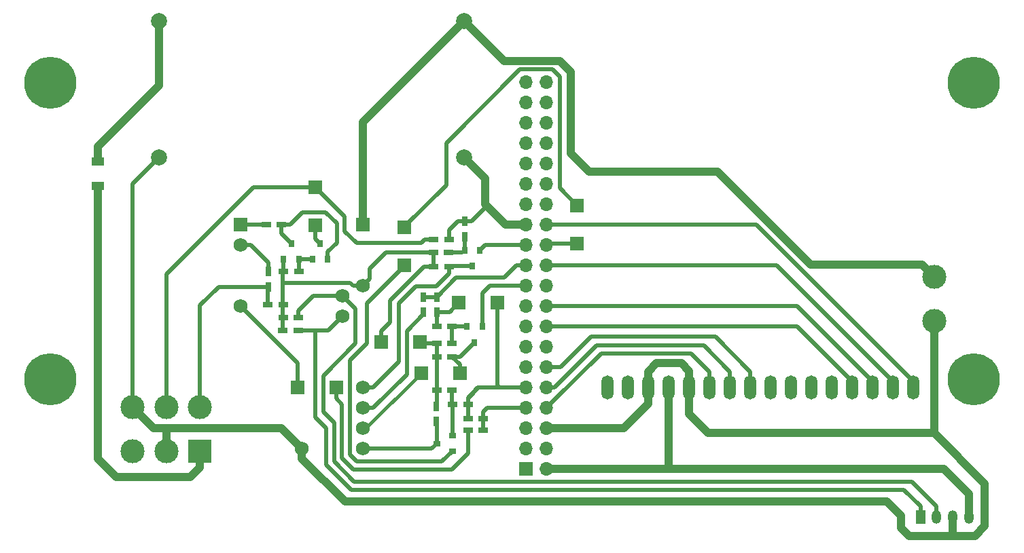
<source format=gbr>
G04 #@! TF.GenerationSoftware,KiCad,Pcbnew,(5.1.2)-1*
G04 #@! TF.CreationDate,2019-06-08T13:36:56+05:00*
G04 #@! TF.ProjectId,evend-adapter,6576656e-642d-4616-9461-707465722e6b,rev?*
G04 #@! TF.SameCoordinates,Original*
G04 #@! TF.FileFunction,Copper,L2,Bot*
G04 #@! TF.FilePolarity,Positive*
%FSLAX46Y46*%
G04 Gerber Fmt 4.6, Leading zero omitted, Abs format (unit mm)*
G04 Created by KiCad (PCBNEW (5.1.2)-1) date 2019-06-08 13:36:56*
%MOMM*%
%LPD*%
G04 APERTURE LIST*
%ADD10O,1.500000X3.000000*%
%ADD11C,6.500000*%
%ADD12R,1.200000X1.700000*%
%ADD13O,1.200000X1.700000*%
%ADD14R,1.750000X1.700000*%
%ADD15R,1.700000X1.750000*%
%ADD16C,1.727200*%
%ADD17R,1.727200X1.727200*%
%ADD18R,1.200000X0.750000*%
%ADD19C,3.000000*%
%ADD20R,0.750000X1.200000*%
%ADD21R,0.800000X0.900000*%
%ADD22R,3.000000X3.000000*%
%ADD23R,1.600000X1.000000*%
%ADD24O,1.700000X1.700000*%
%ADD25R,1.700000X1.700000*%
%ADD26R,0.900000X0.800000*%
%ADD27C,2.000000*%
%ADD28C,0.400000*%
%ADD29C,0.500000*%
%ADD30C,1.000000*%
%ADD31C,0.250000*%
G04 APERTURE END LIST*
D10*
X134620000Y-160020000D03*
X132080000Y-160020000D03*
X129540000Y-160020000D03*
X127000000Y-160020000D03*
X124460000Y-160020000D03*
X121920000Y-160020000D03*
X119380000Y-160020000D03*
X116840000Y-160020000D03*
X114300000Y-160020000D03*
X111760000Y-160020000D03*
X109220000Y-160020000D03*
X106680000Y-160020000D03*
X104140000Y-160020000D03*
X101600000Y-160020000D03*
X99060000Y-160020000D03*
X96520000Y-160020000D03*
D11*
X27100000Y-159020000D03*
X27100000Y-122020000D03*
X142100000Y-159020000D03*
X142100000Y-122020000D03*
D12*
X135509000Y-176199800D03*
D13*
X137509000Y-176199800D03*
X139509000Y-176199800D03*
X141509000Y-176199800D03*
D14*
X73113600Y-154330400D03*
X68313600Y-154330400D03*
D15*
X92710000Y-142100000D03*
X92710000Y-137300000D03*
D16*
X58420000Y-167640000D03*
X63500000Y-151130000D03*
X63500000Y-148590000D03*
X50800000Y-149860000D03*
D17*
X50800000Y-139700000D03*
D16*
X50800000Y-142240000D03*
D17*
X66040000Y-139700000D03*
D16*
X66040000Y-147320000D03*
X66040000Y-162560000D03*
X66040000Y-160020000D03*
X66040000Y-165100000D03*
X66040000Y-167640000D03*
D18*
X74843600Y-141566900D03*
X76743600Y-141566900D03*
D15*
X71183500Y-139992400D03*
X71183500Y-144792400D03*
D14*
X62712000Y-160020000D03*
X57912000Y-160020000D03*
D19*
X137200000Y-151700000D03*
X137200000Y-146200000D03*
D14*
X77991000Y-149453600D03*
X82791000Y-149453600D03*
X73292000Y-158216600D03*
X78092000Y-158216600D03*
D15*
X60134500Y-135014000D03*
X60134500Y-139814000D03*
D20*
X75184000Y-162382200D03*
X75184000Y-164282200D03*
D18*
X74856300Y-144894300D03*
X76756300Y-144894300D03*
X75250000Y-156210000D03*
X77150000Y-156210000D03*
X81021000Y-163906200D03*
X79121000Y-163906200D03*
X81026000Y-165303200D03*
X79126000Y-165303200D03*
D20*
X75222100Y-148722000D03*
X75222100Y-150622000D03*
X73583800Y-148722000D03*
X73583800Y-150622000D03*
D18*
X75250000Y-160350200D03*
X77150000Y-160350200D03*
X77216000Y-162128200D03*
X79116000Y-162128200D03*
X74830900Y-143167100D03*
X76730900Y-143167100D03*
D20*
X78714600Y-141196100D03*
X78714600Y-139296100D03*
D18*
X77139800Y-154520900D03*
X75239800Y-154520900D03*
X77150000Y-152400000D03*
X75250000Y-152400000D03*
X56098400Y-151300000D03*
X57998400Y-151300000D03*
X56050000Y-152900000D03*
X57950000Y-152900000D03*
D20*
X54250000Y-147450000D03*
X54250000Y-145550000D03*
D18*
X56100000Y-149700000D03*
X54200000Y-149700000D03*
X56139000Y-145500000D03*
X58039000Y-145500000D03*
X53975000Y-139700000D03*
X55875000Y-139700000D03*
D21*
X61658500Y-144018000D03*
X59758500Y-144018000D03*
X60708500Y-142018000D03*
X58049200Y-144027400D03*
X56149200Y-144027400D03*
X57099200Y-142027400D03*
D22*
X45720000Y-167960000D03*
D19*
X41520000Y-167960000D03*
X37320000Y-167960000D03*
X45720000Y-162460000D03*
X41520000Y-162460000D03*
X37320000Y-162460000D03*
D23*
X33020000Y-131850000D03*
X33020000Y-134850000D03*
D24*
X88900000Y-165100000D03*
X86360000Y-167640000D03*
X86360000Y-152400000D03*
X88900000Y-152400000D03*
X88900000Y-167640000D03*
X86360000Y-165100000D03*
X88900000Y-170180000D03*
D25*
X86360000Y-170180000D03*
D24*
X86360000Y-142240000D03*
X88900000Y-142240000D03*
X86360000Y-157480000D03*
X88900000Y-157480000D03*
X86360000Y-137160000D03*
X88900000Y-137160000D03*
X86360000Y-154940000D03*
X88900000Y-154940000D03*
X86360000Y-160020000D03*
X88900000Y-160020000D03*
X86360000Y-147320000D03*
X88900000Y-147320000D03*
X86360000Y-124460000D03*
X88900000Y-124460000D03*
X86360000Y-129540000D03*
X88900000Y-129540000D03*
X86360000Y-127000000D03*
X88900000Y-127000000D03*
X86360000Y-149860000D03*
X88900000Y-149860000D03*
X86360000Y-132080000D03*
X88900000Y-132080000D03*
X86360000Y-162560000D03*
X88900000Y-162560000D03*
X86360000Y-134620000D03*
X88900000Y-134620000D03*
X86360000Y-144780000D03*
X88900000Y-144780000D03*
X86360000Y-139700000D03*
X88900000Y-139700000D03*
X86360000Y-121920000D03*
X88900000Y-121920000D03*
D21*
X78996500Y-152428700D03*
X80896500Y-152428700D03*
X79946500Y-154428700D03*
X78691700Y-142891000D03*
X80591700Y-142891000D03*
X79641700Y-144891000D03*
D26*
X77216000Y-166055000D03*
X77216000Y-167955000D03*
X75216000Y-167005000D03*
D27*
X40640000Y-131297680D03*
X40640000Y-114300000D03*
X78638400Y-114300000D03*
X78638400Y-131297680D03*
D28*
X96520000Y-159270000D02*
X96520000Y-160020000D01*
X96520000Y-160020000D02*
X96520000Y-158750000D01*
X96520000Y-160020000D02*
X96520000Y-160770000D01*
D29*
X61730000Y-152900000D02*
X63500000Y-151130000D01*
X60086989Y-153050989D02*
X59936000Y-152900000D01*
X61214000Y-164845998D02*
X60086989Y-163718988D01*
X57950000Y-152900000D02*
X59936000Y-152900000D01*
X135509000Y-176199800D02*
X135509000Y-174849800D01*
X60086989Y-163718988D02*
X60086989Y-153050989D01*
X135509000Y-174849800D02*
X133439212Y-172780012D01*
X133439212Y-172780012D02*
X64549197Y-172780012D01*
X59936000Y-152900000D02*
X61730000Y-152900000D01*
X64549197Y-172780012D02*
X61426367Y-169657182D01*
X61426367Y-165058366D02*
X60086989Y-163718988D01*
X61426367Y-169657182D02*
X61426367Y-165058366D01*
D28*
X63500000Y-148590000D02*
X64963601Y-150053601D01*
D29*
X57998400Y-150425000D02*
X57998400Y-151300000D01*
X59833400Y-148590000D02*
X57998400Y-150425000D01*
X63500000Y-148590000D02*
X59833400Y-148590000D01*
X134439201Y-171780001D02*
X137509000Y-174849800D01*
X65113601Y-150203601D02*
X65113601Y-154543397D01*
X61086999Y-158569999D02*
X61086999Y-163092401D01*
X62426378Y-164431780D02*
X62426378Y-169242965D01*
X63500000Y-148590000D02*
X65113601Y-150203601D01*
X64963414Y-171780001D02*
X134439201Y-171780001D01*
X137509000Y-174849800D02*
X137509000Y-176199800D01*
X61086999Y-163092401D02*
X62426378Y-164431780D01*
X65113601Y-154543397D02*
X61086999Y-158569999D01*
X62426378Y-169242965D02*
X64963414Y-171780001D01*
D28*
X81200000Y-137080000D02*
X81280000Y-137160000D01*
D30*
X83820000Y-139700000D02*
X81280000Y-137160000D01*
X86360000Y-139700000D02*
X83820000Y-139700000D01*
X81280000Y-133939280D02*
X81280000Y-137160000D01*
X78638400Y-131297680D02*
X81280000Y-133939280D01*
D28*
X86106000Y-159766000D02*
X86360000Y-160020000D01*
X79116000Y-161353200D02*
X79116000Y-162128200D01*
X80449200Y-160020000D02*
X79116000Y-161353200D01*
X82791000Y-159829800D02*
X82600800Y-160020000D01*
X82791000Y-149453600D02*
X82791000Y-159829800D01*
X86360000Y-160020000D02*
X82600800Y-160020000D01*
X82600800Y-160020000D02*
X80449200Y-160020000D01*
X75222100Y-152372100D02*
X75250000Y-152400000D01*
D29*
X75250000Y-150649900D02*
X75222100Y-150622000D01*
X75250000Y-152400000D02*
X75250000Y-150649900D01*
X76822600Y-150622000D02*
X77991000Y-149453600D01*
X75222100Y-150622000D02*
X76822600Y-150622000D01*
X79121000Y-162133200D02*
X79116000Y-162128200D01*
X79121000Y-163906200D02*
X79121000Y-162133200D01*
X85157919Y-160020000D02*
X86360000Y-160020000D01*
X79116000Y-161253200D02*
X80349200Y-160020000D01*
X79116000Y-162128200D02*
X79116000Y-161253200D01*
X82791000Y-159778400D02*
X83032600Y-160020000D01*
X82791000Y-149453600D02*
X82791000Y-159778400D01*
X80349200Y-160020000D02*
X83032600Y-160020000D01*
X83032600Y-160020000D02*
X85157919Y-160020000D01*
X77839600Y-139296100D02*
X78714600Y-139296100D01*
X76743600Y-140392100D02*
X77839600Y-139296100D01*
X76743600Y-141566900D02*
X76743600Y-140392100D01*
X81280000Y-137605700D02*
X81280000Y-137160000D01*
X79589600Y-139296100D02*
X81280000Y-137605700D01*
X78714600Y-139296100D02*
X79589600Y-139296100D01*
X37320000Y-134617680D02*
X40640000Y-131297680D01*
X37320000Y-162460000D02*
X37320000Y-134617680D01*
D30*
X137200000Y-151700000D02*
X137200000Y-165700000D01*
X139509000Y-178309000D02*
X139509000Y-176199800D01*
D29*
X139722126Y-178522126D02*
X139509000Y-178309000D01*
D30*
X90102081Y-165100000D02*
X88900000Y-165100000D01*
X98520000Y-165100000D02*
X90102081Y-165100000D01*
X101600000Y-162020000D02*
X98520000Y-165100000D01*
X101600000Y-160020000D02*
X101600000Y-162020000D01*
D29*
X106680000Y-159270000D02*
X106680000Y-160020000D01*
X101600000Y-160020000D02*
X101600000Y-159270000D01*
D30*
X106680000Y-159270000D02*
X106600000Y-159190000D01*
X101600000Y-158020000D02*
X102620000Y-157000000D01*
X101600000Y-160020000D02*
X101600000Y-158020000D01*
X106680000Y-157988000D02*
X106680000Y-160020000D01*
X105692000Y-157000000D02*
X106680000Y-157988000D01*
X102620000Y-157000000D02*
X105692000Y-157000000D01*
X131410000Y-165700000D02*
X137200000Y-165700000D01*
X109058000Y-165700000D02*
X131410000Y-165700000D01*
X106680000Y-163322000D02*
X109058000Y-165700000D01*
X106680000Y-160020000D02*
X106680000Y-163322000D01*
X139722126Y-178522126D02*
X142279874Y-178522126D01*
X142279874Y-178522126D02*
X143510000Y-177292000D01*
X143510000Y-172010000D02*
X137200000Y-165700000D01*
X143510000Y-177292000D02*
X143510000Y-172010000D01*
X37320000Y-162460000D02*
X39919000Y-165059000D01*
X55839000Y-165059000D02*
X58420000Y-167640000D01*
X58420000Y-168861314D02*
X63802686Y-174244000D01*
X58420000Y-167640000D02*
X58420000Y-168861314D01*
X63802686Y-174244000D02*
X131318000Y-174244000D01*
X131318000Y-174244000D02*
X133096000Y-176022000D01*
X133096000Y-176022000D02*
X133096000Y-177546000D01*
X134072126Y-178522126D02*
X139722126Y-178522126D01*
X133096000Y-177546000D02*
X134072126Y-178522126D01*
X41520000Y-167960000D02*
X41520000Y-165136000D01*
X55839000Y-165059000D02*
X39919000Y-165059000D01*
D29*
X90102081Y-170180000D02*
X88900000Y-170180000D01*
X94730000Y-170180000D02*
X90102081Y-170180000D01*
X104140000Y-160020000D02*
X104140000Y-160770000D01*
X141509000Y-175949800D02*
X141509000Y-176199800D01*
X104140000Y-170160000D02*
X104120000Y-170180000D01*
D30*
X104140000Y-160020000D02*
X104140000Y-170160000D01*
X88900000Y-170180000D02*
X104120000Y-170180000D01*
X104120000Y-170180000D02*
X135739200Y-170180000D01*
X135739200Y-170180000D02*
X138430000Y-170180000D01*
X141509000Y-173259000D02*
X141509000Y-176199800D01*
X138430000Y-170180000D02*
X141509000Y-173259000D01*
D29*
X54200000Y-147500000D02*
X54250000Y-147450000D01*
X54200000Y-149700000D02*
X54200000Y-147500000D01*
X48050000Y-147450000D02*
X54250000Y-147450000D01*
X45720000Y-162460000D02*
X45720000Y-149780000D01*
X45720000Y-149780000D02*
X48050000Y-147450000D01*
D28*
X41520000Y-162460000D02*
X41520000Y-146172798D01*
D29*
X41520000Y-160338680D02*
X41520000Y-162460000D01*
X41520000Y-145902798D02*
X41520000Y-160338680D01*
X52408798Y-135014000D02*
X41520000Y-145902798D01*
X60134500Y-135014000D02*
X52408798Y-135014000D01*
X73743600Y-141566900D02*
X74843600Y-141566900D01*
X73324500Y-141986000D02*
X73743600Y-141566900D01*
X65248798Y-141986000D02*
X73324500Y-141986000D01*
X63766750Y-140503952D02*
X65248798Y-141986000D01*
X63766750Y-138671250D02*
X63766750Y-140503952D01*
X60134500Y-135014000D02*
X60134500Y-135039000D01*
X60134500Y-135039000D02*
X63766750Y-138671250D01*
D28*
X58049200Y-144077400D02*
X58049200Y-144027400D01*
D29*
X58058600Y-144018000D02*
X58049200Y-144027400D01*
X59758500Y-144018000D02*
X58058600Y-144018000D01*
X58049200Y-145489800D02*
X58039000Y-145500000D01*
X58049200Y-144027400D02*
X58049200Y-145489800D01*
X55875000Y-140803200D02*
X57099200Y-142027400D01*
X55875000Y-139700000D02*
X55875000Y-140803200D01*
X61658500Y-144018000D02*
X61658500Y-143068000D01*
X56975000Y-139700000D02*
X55875000Y-139700000D01*
X61404799Y-138188999D02*
X58486001Y-138188999D01*
X58486001Y-138188999D02*
X56975000Y-139700000D01*
X62766739Y-139550939D02*
X61404799Y-138188999D01*
X62766739Y-141959761D02*
X62766739Y-139550939D01*
X61658500Y-143068000D02*
X62766739Y-141959761D01*
X77178700Y-152428700D02*
X77150000Y-152400000D01*
X78996500Y-152428700D02*
X77178700Y-152428700D01*
X77139800Y-152410200D02*
X77150000Y-152400000D01*
X77139800Y-154520900D02*
X77139800Y-152410200D01*
X78714600Y-142868100D02*
X78691700Y-142891000D01*
X78714600Y-141196100D02*
X78714600Y-142868100D01*
X78415600Y-143167100D02*
X78691700Y-142891000D01*
X76730900Y-143167100D02*
X78415600Y-143167100D01*
X77150000Y-162062200D02*
X77216000Y-162128200D01*
X77150000Y-160350200D02*
X77150000Y-162062200D01*
X77216000Y-166055000D02*
X77216000Y-162128200D01*
X75222100Y-148497000D02*
X75222100Y-148722000D01*
X75222100Y-148722000D02*
X73583800Y-148722000D01*
X77640100Y-146304000D02*
X75222100Y-148722000D01*
X83633919Y-146304000D02*
X77640100Y-146304000D01*
X85157919Y-144780000D02*
X83633919Y-146304000D01*
X86360000Y-144780000D02*
X85157919Y-144780000D01*
X81026000Y-163911200D02*
X81021000Y-163906200D01*
X81026000Y-165303200D02*
X81026000Y-163911200D01*
X85157919Y-162560000D02*
X86360000Y-162560000D01*
X81492200Y-162560000D02*
X85157919Y-162560000D01*
X81021000Y-163031200D02*
X81492200Y-162560000D01*
X81021000Y-163906200D02*
X81021000Y-163031200D01*
D28*
X79121000Y-165308200D02*
X79126000Y-165303200D01*
D29*
X57912000Y-156972000D02*
X50800000Y-149860000D01*
X57912000Y-160020000D02*
X57912000Y-156972000D01*
X79126000Y-166178200D02*
X79126000Y-165303200D01*
X79126000Y-168245002D02*
X79126000Y-166178200D01*
X62712000Y-161370000D02*
X63426388Y-162084388D01*
X62712000Y-160020000D02*
X62712000Y-161370000D01*
X63426388Y-162084388D02*
X63426388Y-168828747D01*
X63426388Y-168828747D02*
X64851253Y-170253612D01*
X64851253Y-170253612D02*
X77117390Y-170253612D01*
X77117390Y-170253612D02*
X79126000Y-168245002D01*
D28*
X33020000Y-131850000D02*
X33320000Y-131850000D01*
D30*
X33020000Y-129980000D02*
X40640000Y-122360000D01*
X33020000Y-131850000D02*
X33020000Y-129980000D01*
X40640000Y-122360000D02*
X40640000Y-114300000D01*
D29*
X50800000Y-139700000D02*
X53975000Y-139700000D01*
D28*
X50620000Y-142240000D02*
X50800000Y-142240000D01*
D29*
X52021314Y-142240000D02*
X50800000Y-142240000D01*
X52040000Y-142240000D02*
X52021314Y-142240000D01*
X54250000Y-144450000D02*
X52040000Y-142240000D01*
X54250000Y-145550000D02*
X54250000Y-144450000D01*
X71488599Y-152942201D02*
X71488599Y-158381401D01*
X73583800Y-150622000D02*
X73583800Y-150847000D01*
X73583800Y-150847000D02*
X71488599Y-152942201D01*
X67310000Y-162560000D02*
X71488599Y-158381401D01*
X66040000Y-162560000D02*
X67310000Y-162560000D01*
X78165200Y-156210000D02*
X79946500Y-154428700D01*
X77150000Y-156210000D02*
X78165200Y-156210000D01*
X78092000Y-157152000D02*
X77150000Y-156210000D01*
X78092000Y-158216600D02*
X78092000Y-157152000D01*
X76759600Y-144891000D02*
X76756300Y-144894300D01*
X79641700Y-144891000D02*
X76759600Y-144891000D01*
X67261314Y-160020000D02*
X66040000Y-160020000D01*
X70472300Y-149508498D02*
X70472300Y-156809014D01*
X72608799Y-147371999D02*
X70472300Y-149508498D01*
X75153601Y-147371999D02*
X72608799Y-147371999D01*
X70472300Y-156809014D02*
X67261314Y-160020000D01*
X76756300Y-145769300D02*
X75153601Y-147371999D01*
X76756300Y-144894300D02*
X76756300Y-145769300D01*
D28*
X66370200Y-167309800D02*
X66040000Y-167640000D01*
X75184000Y-166973000D02*
X75216000Y-167005000D01*
X66040000Y-167640000D02*
X67261314Y-167640000D01*
X75184000Y-164282200D02*
X75184000Y-165544500D01*
X75184000Y-165544500D02*
X75184000Y-166973000D01*
D29*
X75184000Y-164507200D02*
X75184000Y-164282200D01*
X66040000Y-167640000D02*
X72051200Y-167640000D01*
X75216000Y-164314200D02*
X75184000Y-164282200D01*
X75216000Y-167005000D02*
X75216000Y-164314200D01*
X74581000Y-167640000D02*
X75216000Y-167005000D01*
X66040000Y-167640000D02*
X74581000Y-167640000D01*
X95710010Y-155749990D02*
X89749999Y-161710001D01*
X89749999Y-161710001D02*
X88900000Y-162560000D01*
X109220000Y-158020000D02*
X106949990Y-155749990D01*
X109220000Y-160020000D02*
X109220000Y-158020000D01*
X106949990Y-155749990D02*
X95710010Y-155749990D01*
D31*
X71183500Y-144792400D02*
X71183500Y-144817400D01*
D29*
X89040000Y-142100000D02*
X88900000Y-142240000D01*
X92710000Y-142100000D02*
X89040000Y-142100000D01*
X92710000Y-137275000D02*
X90592001Y-135157001D01*
X92710000Y-137300000D02*
X92710000Y-137275000D01*
X90592001Y-135157001D02*
X90592001Y-121243999D01*
X90592001Y-121243999D02*
X89668001Y-120319999D01*
X89668001Y-120319999D02*
X85591999Y-120319999D01*
X76412999Y-134737901D02*
X76412999Y-129498999D01*
X71183500Y-139967400D02*
X76412999Y-134737901D01*
X71183500Y-139992400D02*
X71183500Y-139967400D01*
X85591999Y-120319999D02*
X76412999Y-129498999D01*
X66532011Y-154539216D02*
X66532011Y-149468889D01*
X64426399Y-168414529D02*
X64426399Y-156644827D01*
X65265471Y-169253601D02*
X64426399Y-168414529D01*
X64426399Y-156644827D02*
X66532011Y-154539216D01*
X66532011Y-149468889D02*
X71183500Y-144817400D01*
X77166000Y-167955000D02*
X77216000Y-167955000D01*
X75867399Y-169253601D02*
X77166000Y-167955000D01*
X65265471Y-169253601D02*
X75867399Y-169253601D01*
D28*
X86350600Y-142230600D02*
X86360000Y-142240000D01*
D29*
X81242700Y-142240000D02*
X80591700Y-142891000D01*
X86360000Y-142240000D02*
X81242700Y-142240000D01*
D28*
X86360000Y-147320000D02*
X85090000Y-147320000D01*
D29*
X85157919Y-147320000D02*
X86360000Y-147320000D01*
X81849598Y-147320000D02*
X85157919Y-147320000D01*
X80896500Y-148273098D02*
X81849598Y-147320000D01*
X80896500Y-152428700D02*
X80896500Y-148273098D01*
X111760000Y-160020000D02*
X111760000Y-159004000D01*
X111760000Y-158020000D02*
X111760000Y-160020000D01*
X108489979Y-154749979D02*
X111760000Y-158020000D01*
X95160621Y-154749979D02*
X108489979Y-154749979D01*
X89890600Y-160020000D02*
X95160621Y-154749979D01*
X88900000Y-160020000D02*
X89890600Y-160020000D01*
X114300000Y-158020000D02*
X114300000Y-160020000D01*
X109950000Y-153670000D02*
X114300000Y-158020000D01*
X94488000Y-153670000D02*
X109950000Y-153670000D01*
X90678000Y-157480000D02*
X94488000Y-153670000D01*
X88900000Y-157480000D02*
X90678000Y-157480000D01*
X90102081Y-149860000D02*
X88900000Y-149860000D01*
X120130000Y-149860000D02*
X90102081Y-149860000D01*
X129540000Y-159270000D02*
X120130000Y-149860000D01*
X129540000Y-160020000D02*
X129540000Y-159270000D01*
X90102081Y-152400000D02*
X88900000Y-152400000D01*
X120130000Y-152400000D02*
X90102081Y-152400000D01*
X127000000Y-159270000D02*
X120130000Y-152400000D01*
X127000000Y-160020000D02*
X127000000Y-159270000D01*
X90102081Y-144780000D02*
X88900000Y-144780000D01*
X117590000Y-144780000D02*
X90102081Y-144780000D01*
X132080000Y-159270000D02*
X117590000Y-144780000D01*
X132080000Y-160020000D02*
X132080000Y-159270000D01*
X90102081Y-139700000D02*
X88900000Y-139700000D01*
X115050000Y-139700000D02*
X90102081Y-139700000D01*
X134620000Y-159270000D02*
X115050000Y-139700000D01*
X134620000Y-160020000D02*
X134620000Y-159270000D01*
D28*
X33020000Y-135750000D02*
X33020000Y-134850000D01*
D30*
X44485000Y-171195000D02*
X35305000Y-171195000D01*
X45720000Y-169960000D02*
X44485000Y-171195000D01*
X45720000Y-167960000D02*
X45720000Y-169960000D01*
X33020000Y-168910000D02*
X33020000Y-134850000D01*
X35305000Y-171195000D02*
X33020000Y-168910000D01*
D28*
X68516500Y-154393900D02*
X68491500Y-154393900D01*
D29*
X56120000Y-144056600D02*
X56149200Y-144027400D01*
X73304100Y-154520900D02*
X73113600Y-154330400D01*
X75239800Y-154520900D02*
X73304100Y-154520900D01*
X75239800Y-156199800D02*
X75250000Y-156210000D01*
X75239800Y-154520900D02*
X75239800Y-156199800D01*
X75250000Y-156210000D02*
X75250000Y-160350200D01*
X75250000Y-162316200D02*
X75184000Y-162382200D01*
X75250000Y-160350200D02*
X75250000Y-162316200D01*
X74830900Y-144868900D02*
X74856300Y-144894300D01*
X74830900Y-143167100D02*
X74830900Y-144868900D01*
X68313600Y-152980400D02*
X69418200Y-151875800D01*
X68313600Y-154330400D02*
X68313600Y-152980400D01*
X73756300Y-144894300D02*
X74856300Y-144894300D01*
X73672269Y-144894300D02*
X73756300Y-144894300D01*
X69418200Y-149148369D02*
X73672269Y-144894300D01*
X69418200Y-151875800D02*
X69418200Y-149148369D01*
X66040000Y-147320000D02*
X66903599Y-146456401D01*
X68910200Y-143167100D02*
X74830900Y-143167100D01*
X66903599Y-146456401D02*
X66903599Y-145173701D01*
X66903599Y-145173701D02*
X68910200Y-143167100D01*
X56149200Y-145489800D02*
X56139000Y-145500000D01*
X56149200Y-144027400D02*
X56149200Y-145489800D01*
X56050000Y-145589000D02*
X56139000Y-145500000D01*
X64448686Y-146950000D02*
X56050000Y-146950000D01*
X64818686Y-147320000D02*
X64448686Y-146950000D01*
X66040000Y-147320000D02*
X64818686Y-147320000D01*
X56050000Y-152900000D02*
X56050000Y-146950000D01*
X56050000Y-146950000D02*
X56050000Y-145589000D01*
D30*
X66040000Y-126898400D02*
X66040000Y-139700000D01*
X78638400Y-114300000D02*
X66040000Y-126898400D01*
X83658389Y-119319989D02*
X78638400Y-114300000D01*
X91948000Y-120650000D02*
X90617989Y-119319989D01*
X137200000Y-146200000D02*
X135700001Y-144700001D01*
X135700001Y-144700001D02*
X121840001Y-144700001D01*
X121840001Y-144700001D02*
X110236000Y-133096000D01*
X90617989Y-119319989D02*
X83658389Y-119319989D01*
X91948000Y-130810000D02*
X94234000Y-133096000D01*
X110236000Y-133096000D02*
X94234000Y-133096000D01*
X91948000Y-130810000D02*
X91948000Y-120650000D01*
D29*
X60134500Y-141444000D02*
X60708500Y-142018000D01*
X60134500Y-139814000D02*
X60134500Y-141444000D01*
D28*
X66383600Y-165100000D02*
X66040000Y-165100000D01*
X73267000Y-158216600D02*
X66383600Y-165100000D01*
X73292000Y-158216600D02*
X73267000Y-158216600D01*
M02*

</source>
